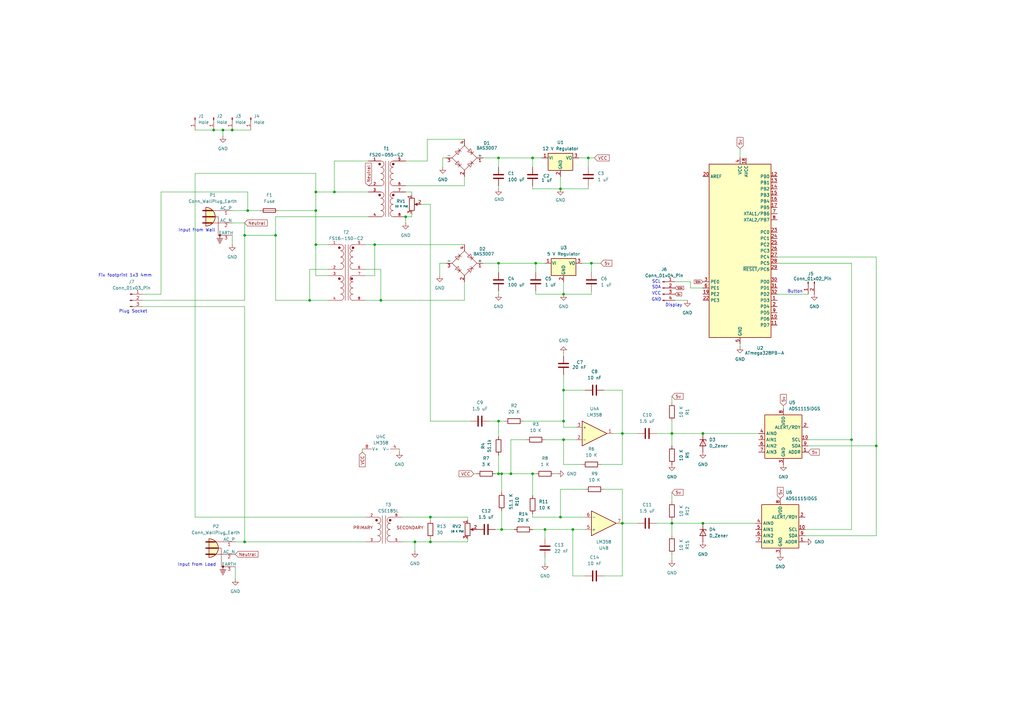
<source format=kicad_sch>
(kicad_sch (version 20250114) (generator "eeschema") (generator_version "9.0")
  (paper "A3")
  (lib_symbols
    (symbol "Amplifier_Operational:LM358" (pin_names (offset 0.127))
      (property "Reference" "U" (at 0 5.08 0))
      (property "Value" "LM358" (at 0 -5.08 0))
      (symbol "LM358_1_1"
        (pin input line (at -7.62 2.54 0) (length 2.54) (name "+") (number "3"))
        (pin input line (at -7.62 -2.54 0) (length 2.54) (name "-") (number "2"))
        (pin output line (at 7.62 0 180) (length 2.54) (name "~") (number "1"))
      )
      (symbol "LM358_2_1"
        (pin input line (at -7.62 2.54 0) (length 2.54) (name "+") (number "5"))
        (pin input line (at -7.62 -2.54 0) (length 2.54) (name "-") (number "6"))
        (pin output line (at 7.62 0 180) (length 2.54) (name "~") (number "7"))
      )
      (symbol "LM358_3_1"
        (pin power_in line (at -2.54 7.62 270) (length 3.81) (name "V+") (number "8"))
        (pin power_in line (at -2.54 -7.62 90) (length 3.81) (name "V-") (number "4"))
      )
    )
    (symbol "Analog_ADC:ADS1115IDGS"
      (property "Reference" "U" (at 2.54 13.97 0))
      (property "Value" "ADS1115IDGS" (at 7.62 11.43 0))
      (symbol "ADS1115IDGS_1_1"
        (pin input line (at -10.16 2.54 0) (length 2.54) (name "AIN0") (number "4"))
        (pin input line (at -10.16 0 0) (length 2.54) (name "AIN1") (number "5"))
        (pin input line (at -10.16 -2.54 0) (length 2.54) (name "AIN2") (number "6"))
        (pin input line (at -10.16 -5.08 0) (length 2.54) (name "AIN3") (number "7"))
        (pin power_in line (at 0 12.7 270) (length 2.54) (name "VDD") (number "8"))
        (pin power_in line (at 0 -10.16 90) (length 2.54) (name "GND") (number "3"))
        (pin output line (at 10.16 5.08 180) (length 2.54) (name "ALERT/RDY") (number "2"))
        (pin input line (at 10.16 0 180) (length 2.54) (name "SCL") (number "10"))
        (pin bidirectional line (at 10.16 -2.54 180) (length 2.54) (name "SDA") (number "9"))
        (pin input line (at 10.16 -5.08 180) (length 2.54) (name "ADDR") (number "1"))
      )
    )
    (symbol "CSE185L:CSE185L" (pin_names (offset 1.016))
      (property "Reference" "T" (at -5.0839 7.6279 0))
      (property "Value" "CSE185L" (at -5.0814 -7.6227 0))
      (symbol "CSE185L_0_0"
        (text "PRIMARY" (at -12.7 0 0) (effects (font (size 1.27 1.27)) (justify left bottom)))
        (text "SECONDARY" (at 5.08 0 0) (effects (font (size 1.27 1.27)) (justify left bottom)))
        (pin passive line (at -7.62 5.08 0) (length 5.08) (name "~") (number "2"))
        (pin passive line (at -7.62 -5.08 0) (length 5.08) (name "~") (number "3"))
        (pin passive line (at 7.62 5.08 180) (length 5.08) (name "~") (number "8"))
        (pin passive line (at 7.62 -5.08 180) (length 5.08) (name "~") (number "5"))
      )
    )
    (symbol "Connector:Conn_01x01_Pin" (pin_names (offset 1.016) (hide yes))
      (property "Reference" "J" (at 0 2.54 0))
      (property "Value" "Conn_01x01_Pin" (at 0 -2.54 0))
      (symbol "Conn_01x01_Pin_1_1"
        (pin passive line (at 5.08 0 180) (length 3.81) (name "Pin_1") (number "1"))
      )
    )
    (symbol "Connector:Conn_01x02_Pin" (pin_names (offset 1.016) (hide yes))
      (property "Reference" "J" (at 0 2.54 0))
      (property "Value" "Conn_01x02_Pin" (at 0 -5.08 0))
      (symbol "Conn_01x02_Pin_1_1"
        (pin passive line (at 5.08 0 180) (length 3.81) (name "Pin_1") (number "1"))
        (pin passive line (at 5.08 -2.54 180) (length 3.81) (name "Pin_2") (number "2"))
      )
    )
    (symbol "Connector:Conn_01x03_Pin" (pin_names (offset 1.016) (hide yes))
      (property "Reference" "J" (at 0 5.08 0))
      (property "Value" "Conn_01x03_Pin" (at 0 -5.08 0))
      (symbol "Conn_01x03_Pin_1_1"
        (pin passive line (at 5.08 2.54 180) (length 3.81) (name "Pin_1") (number "1"))
        (pin passive line (at 5.08 0 180) (length 3.81) (name "Pin_2") (number "2"))
        (pin passive line (at 5.08 -2.54 180) (length 3.81) (name "Pin_3") (number "3"))
      )
    )
    (symbol "Connector:Conn_01x04_Pin" (pin_names (offset 1.016) (hide yes))
      (property "Reference" "J" (at 0 5.08 0))
      (property "Value" "Conn_01x04_Pin" (at 0 -7.62 0))
      (symbol "Conn_01x04_Pin_1_1"
        (pin passive line (at 5.08 2.54 180) (length 3.81) (name "Pin_1") (number "1"))
        (pin passive line (at 5.08 0 180) (length 3.81) (name "Pin_2") (number "2"))
        (pin passive line (at 5.08 -2.54 180) (length 3.81) (name "Pin_3") (number "3"))
        (pin passive line (at 5.08 -5.08 180) (length 3.81) (name "Pin_4") (number "4"))
      )
    )
    (symbol "Connector:Conn_WallPlug_Earth" (pin_names (offset 0))
      (property "Reference" "P" (at 0 3.81 0))
      (property "Value" "Conn_WallPlug_Earth" (at -5.08 0 90))
      (symbol "Conn_WallPlug_Earth_1_1"
        (pin power_out line (at 7.62 2.54 180) (length 5.08) (name "AC_P") (number "1"))
        (pin power_out line (at 7.62 -2.54 180) (length 5.08) (name "AC_N") (number "2"))
        (pin passive line (at 7.62 -7.62 180) (length 5.08) (name "EARTH") (number "3"))
      )
    )
    (symbol "Device:C" (pin_numbers (hide yes)) (pin_names (offset 0.254))
      (property "Reference" "C" (at 0.635 2.54 0))
      (property "Value" "C" (at 0.635 -2.54 0))
      (symbol "C_1_1"
        (pin passive line (at 0 3.81 270) (length 2.794) (name "~") (number "1"))
        (pin passive line (at 0 -3.81 90) (length 2.794) (name "~") (number "2"))
      )
    )
    (symbol "Device:D_Zener" (pin_numbers (hide yes)) (pin_names (offset 1.016) (hide yes))
      (property "Reference" "D" (at 0 2.54 0))
      (property "Value" "D_Zener" (at 0 -2.54 0))
      (symbol "D_Zener_1_1"
        (pin passive line (at -3.81 0 0) (length 2.54) (name "K") (number "1"))
        (pin passive line (at 3.81 0 180) (length 2.54) (name "A") (number "2"))
      )
    )
    (symbol "Device:Fuse" (pin_numbers (hide yes)) (pin_names (offset 0))
      (property "Reference" "F" (at 2.032 0 90))
      (property "Value" "Fuse" (at -1.905 0 90))
      (symbol "Fuse_1_1"
        (pin passive line (at 0 3.81 270) (length 1.27) (name "~") (number "1"))
        (pin passive line (at 0 -3.81 90) (length 1.27) (name "~") (number "2"))
      )
    )
    (symbol "Device:R" (pin_numbers (hide yes)) (pin_names (offset 0))
      (property "Reference" "R" (at 2.032 0 90))
      (property "Value" "R" (at 0 0 90))
      (symbol "R_1_1"
        (pin passive line (at 0 3.81 270) (length 1.27) (name "~") (number "1"))
        (pin passive line (at 0 -3.81 90) (length 1.27) (name "~") (number "2"))
      )
    )
    (symbol "Device:R_Potentiometer" (pin_names (offset 1.016) (hide yes))
      (property "Reference" "RV" (at -4.445 0 90))
      (property "Value" "R_Potentiometer" (at -2.54 0 90))
      (symbol "R_Potentiometer_1_1"
        (pin passive line (at 0 3.81 270) (length 1.27) (name "1") (number "1"))
        (pin passive line (at 0 -3.81 90) (length 1.27) (name "3") (number "3"))
        (pin passive line (at 3.81 0 180) (length 1.27) (name "2") (number "2"))
      )
    )
    (symbol "Diode_Bridge:W04G" (pin_names (offset 0))
      (property "Reference" "D" (at 2.54 6.985 0))
      (property "Value" "W04G" (at 2.54 5.08 0))
      (symbol "W04G_1_1"
        (pin passive line (at -7.62 0 0) (length 2.54) (name "-") (number "3"))
        (pin passive line (at 0 7.62 270) (length 2.54) (name "~") (number "4"))
        (pin passive line (at 0 -7.62 90) (length 2.54) (name "~") (number "2"))
        (pin passive line (at 7.62 0 180) (length 2.54) (name "+") (number "1"))
      )
    )
    (symbol "FS16-150-C2:FS16-150-C2" (pin_names (offset 1.016))
      (property "Reference" "T" (at -5.097 12.7204 0))
      (property "Value" "FS16-150-C2" (at -5.0814 -15.2427 0))
      (symbol "FS16-150-C2_0_0"
        (pin passive line (at -7.62 10.16 0) (length 5.08) (name "~") (number "1"))
        (pin passive line (at -7.62 0 0) (length 5.08) (name "~") (number "2"))
        (pin passive line (at -7.62 -2.54 0) (length 5.08) (name "~") (number "3"))
        (pin passive line (at -7.62 -12.7 0) (length 5.08) (name "~") (number "4"))
        (pin passive line (at 7.62 10.16 180) (length 5.08) (name "~") (number "5"))
        (pin passive line (at 7.62 0 180) (length 5.08) (name "~") (number "6"))
        (pin passive line (at 7.62 -2.54 180) (length 5.08) (name "~") (number "7"))
        (pin passive line (at 7.62 -12.7 180) (length 5.08) (name "~") (number "8"))
      )
    )
    (symbol "FS20-055-C2:FS20-055-C2" (pin_names (offset 1.016))
      (property "Reference" "T" (at -5.0839 12.7079 0))
      (property "Value" "FS20-055-C2" (at -5.0814 -15.2427 0))
      (symbol "FS20-055-C2_0_0"
        (pin passive line (at -7.62 10.16 0) (length 5.08) (name "~") (number "1"))
        (pin passive line (at -7.62 0 0) (length 5.08) (name "~") (number "2"))
        (pin passive line (at -7.62 -2.54 0) (length 5.08) (name "~") (number "3"))
        (pin passive line (at -7.62 -12.7 0) (length 5.08) (name "~") (number "4"))
        (pin passive line (at 7.62 10.16 180) (length 5.08) (name "~") (number "5"))
        (pin passive line (at 7.62 0 180) (length 5.08) (name "~") (number "6"))
        (pin passive line (at 7.62 -2.54 180) (length 5.08) (name "~") (number "7"))
        (pin passive line (at 7.62 -12.7 180) (length 5.08) (name "~") (number "8"))
      )
    )
    (symbol "MCU_Microchip_ATmega:ATmega328PB-A"
      (property "Reference" "U" (at -12.7 36.83 0))
      (property "Value" "ATmega328PB-A" (at 2.54 -36.83 0))
      (symbol "ATmega328PB-A_1_1"
        (pin passive line (at -15.24 30.48 0) (length 2.54) (name "AREF") (number "20"))
        (pin bidirectional line (at -15.24 -12.7 0) (length 2.54) (name "PE0") (number "3"))
        (pin bidirectional line (at -15.24 -15.24 0) (length 2.54) (name "PE1") (number "6"))
        (pin bidirectional line (at -15.24 -17.78 0) (length 2.54) (name "PE2") (number "19"))
        (pin bidirectional line (at -15.24 -20.32 0) (length 2.54) (name "PE3") (number "22"))
        (pin power_in line (at 0 38.1 270) (length 2.54) (name "VCC") (number "4"))
        (pin passive line (at 0 -38.1 90) (length 2.54) (hide yes) (name "GND") (number "21"))
        (pin power_in line (at 0 -38.1 90) (length 2.54) (name "GND") (number "5"))
        (pin power_in line (at 2.54 38.1 270) (length 2.54) (name "AVCC") (number "18"))
        (pin bidirectional line (at 15.24 30.48 180) (length 2.54) (name "PB0") (number "12"))
        (pin bidirectional line (at 15.24 27.94 180) (length 2.54) (name "PB1") (number "13"))
        (pin bidirectional line (at 15.24 25.4 180) (length 2.54) (name "PB2") (number "14"))
        (pin bidirectional line (at 15.24 22.86 180) (length 2.54) (name "PB3") (number "15"))
        (pin bidirectional line (at 15.24 20.32 180) (length 2.54) (name "PB4") (number "16"))
        (pin bidirectional line (at 15.24 17.78 180) (length 2.54) (name "PB5") (number "17"))
        (pin bidirectional line (at 15.24 15.24 180) (length 2.54) (name "XTAL1/PB6") (number "7"))
        (pin bidirectional line (at 15.24 12.7 180) (length 2.54) (name "XTAL2/PB7") (number "8"))
        (pin bidirectional line (at 15.24 7.62 180) (length 2.54) (name "PC0") (number "23"))
        (pin bidirectional line (at 15.24 5.08 180) (length 2.54) (name "PC1") (number "24"))
        (pin bidirectional line (at 15.24 2.54 180) (length 2.54) (name "PC2") (number "25"))
        (pin bidirectional line (at 15.24 0 180) (length 2.54) (name "PC3") (number "26"))
        (pin bidirectional line (at 15.24 -2.54 180) (length 2.54) (name "PC4") (number "27"))
        (pin bidirectional line (at 15.24 -5.08 180) (length 2.54) (name "PC5") (number "28"))
        (pin bidirectional line (at 15.24 -7.62 180) (length 2.54) (name "~{RESET}/PC6") (number "29"))
        (pin bidirectional line (at 15.24 -12.7 180) (length 2.54) (name "PD0") (number "30"))
        (pin bidirectional line (at 15.24 -15.24 180) (length 2.54) (name "PD1") (number "31"))
        (pin bidirectional line (at 15.24 -17.78 180) (length 2.54) (name "PD2") (number "32"))
        (pin bidirectional line (at 15.24 -20.32 180) (length 2.54) (name "PD3") (number "1"))
        (pin bidirectional line (at 15.24 -22.86 180) (length 2.54) (name "PD4") (number "2"))
        (pin bidirectional line (at 15.24 -25.4 180) (length 2.54) (name "PD5") (number "9"))
        (pin bidirectional line (at 15.24 -27.94 180) (length 2.54) (name "PD6") (number "10"))
        (pin bidirectional line (at 15.24 -30.48 180) (length 2.54) (name "PD7") (number "11"))
      )
    )
    (symbol "Regulator_Linear:LF15_TO220" (pin_names (offset 0.254))
      (property "Reference" "U" (at -3.81 3.175 0))
      (property "Value" "LF15_TO220" (at 0 3.175 0))
      (symbol "LF15_TO220_1_1"
        (pin power_in line (at -7.62 0 0) (length 2.54) (name "VI") (number "1"))
        (pin power_in line (at 0 -7.62 90) (length 2.54) (name "GND") (number "2"))
        (pin power_out line (at 7.62 0 180) (length 2.54) (name "VO") (number "3"))
      )
    )
    (symbol "power:GND" (power) (pin_numbers (hide yes)) (pin_names (offset 0) (hide yes))
      (property "Value" "GND" (at 0 -3.81 0))
      (symbol "GND_1_1"
        (pin power_in line (at 0 0 270) (length 0) (name "~") (number "1"))
      )
    )
  )
  (text "SDA\n" (at 269.24 117.856 0) (effects (font (size 1.27 1.27))))
  (text "Plug Socket\n" (at 54.61 127.762 0) (effects (font (size 1.27 1.27))))
  (text "Button" (at 326.136 119.634 0) (effects (font (size 1.27 1.27))))
  (text "SCL\n" (at 269.24 115.57 0) (effects (font (size 1.27 1.27))))
  (text "Input from Wall" (at 80.772 94.488 0) (effects (font (size 1.27 1.27))))
  (text "VCC\n" (at 269.24 120.396 0) (effects (font (size 1.27 1.27))))
  (text "GND\n" (at 269.24 122.936 0) (effects (font (size 1.27 1.27))))
  (text "Fix footprint 1x3 4mm\n" (at 51.308 113.03 0) (effects (font (size 1.27 1.27))))
  (text "Display\n" (at 276.352 125.222 0) (effects (font (size 1.27 1.27))))
  (text "Input from Load\n" (at 80.772 231.648 0) (effects (font (size 1.27 1.27))))
  (junction (at 204.47 194.31))
  (junction (at 100.33 222.25))
  (junction (at 204.47 172.72))
  (junction (at 129.54 78.74))
  (junction (at 204.47 64.77))
  (junction (at 218.44 64.77))
  (junction (at 223.52 217.17))
  (junction (at 137.16 78.74))
  (junction (at 204.47 107.95))
  (junction (at 231.14 180.34))
  (junction (at 156.21 123.19))
  (junction (at 359.41 182.88))
  (junction (at 275.59 214.63))
  (junction (at 209.55 194.31))
  (junction (at 275.59 177.8))
  (junction (at 101.6 86.36))
  (junction (at 231.14 172.72))
  (junction (at 176.53 212.09))
  (junction (at 87.63 53.34))
  (junction (at 255.27 177.8))
  (junction (at 241.3 64.77))
  (junction (at 205.74 217.17))
  (junction (at 288.29 177.8))
  (junction (at 170.18 222.25))
  (junction (at 205.74 194.31))
  (junction (at 234.95 217.17))
  (junction (at 231.14 120.65))
  (junction (at 288.29 214.63))
  (junction (at 229.87 212.09))
  (junction (at 129.54 86.36))
  (junction (at 100.33 96.52))
  (junction (at 129.54 100.33))
  (junction (at 113.03 96.52))
  (junction (at 242.57 107.95))
  (junction (at 95.25 53.34))
  (junction (at 153.67 100.33))
  (junction (at 231.14 160.02))
  (junction (at 218.44 194.31))
  (junction (at 166.37 88.9))
  (junction (at 229.87 77.47))
  (junction (at 255.27 214.63))
  (junction (at 176.53 222.25))
  (junction (at 349.25 180.34))
  (junction (at 127 123.19))
  (junction (at 91.44 53.34))
  (junction (at 219.71 107.95))
  (wire (pts (xy 100.33 91.44) (xy 100.33 96.52)))
  (wire (pts (xy 129.54 78.74) (xy 129.54 71.12)))
  (wire (pts (xy 246.38 190.5) (xy 255.27 190.5)))
  (wire (pts (xy 303.53 60.96) (xy 303.53 64.77)))
  (wire (pts (xy 209.55 194.31) (xy 209.55 180.34)))
  (wire (pts (xy 100.33 125.73) (xy 58.42 125.73)))
  (wire (pts (xy 234.95 217.17) (xy 234.95 236.22)))
  (wire (pts (xy 113.03 123.19) (xy 113.03 96.52)))
  (wire (pts (xy 231.14 144.78) (xy 231.14 146.05)))
  (wire (pts (xy 275.59 172.72) (xy 275.59 177.8)))
  (wire (pts (xy 359.41 105.41) (xy 359.41 182.88)))
  (wire (pts (xy 66.04 78.74) (xy 66.04 120.65)))
  (wire (pts (xy 349.25 180.34) (xy 331.47 180.34)))
  (wire (pts (xy 153.67 100.33) (xy 153.67 113.03)))
  (wire (pts (xy 113.03 88.9) (xy 113.03 96.52)))
  (wire (pts (xy 182.88 64.77) (xy 181.61 64.77)))
  (wire (pts (xy 204.47 172.72) (xy 207.01 172.72)))
  (wire (pts (xy 219.71 107.95) (xy 223.52 107.95)))
  (wire (pts (xy 191.77 220.98) (xy 191.77 222.25)))
  (wire (pts (xy 166.37 78.74) (xy 168.91 78.74)))
  (wire (pts (xy 255.27 190.5) (xy 255.27 177.8)))
  (wire (pts (xy 176.53 212.09) (xy 191.77 212.09)))
  (wire (pts (xy 218.44 64.77) (xy 222.25 64.77)))
  (wire (pts (xy 223.52 217.17) (xy 223.52 220.98)))
  (wire (pts (xy 204.47 194.31) (xy 205.74 194.31)))
  (wire (pts (xy 349.25 107.95) (xy 318.77 107.95)))
  (wire (pts (xy 231.14 172.72) (xy 231.14 175.26)))
  (wire (pts (xy 275.59 177.8) (xy 288.29 177.8)))
  (wire (pts (xy 168.91 88.9) (xy 166.37 88.9)))
  (wire (pts (xy 218.44 212.09) (xy 218.44 210.82)))
  (wire (pts (xy 100.33 125.73) (xy 100.33 222.25)))
  (wire (pts (xy 58.42 120.65) (xy 66.04 120.65)))
  (wire (pts (xy 330.2 219.71) (xy 359.41 219.71)))
  (wire (pts (xy 349.25 107.95) (xy 349.25 180.34)))
  (wire (pts (xy 134.62 113.03) (xy 129.54 113.03)))
  (wire (pts (xy 203.2 194.31) (xy 204.47 194.31)))
  (wire (pts (xy 229.87 200.66) (xy 240.03 200.66)))
  (wire (pts (xy 203.2 217.17) (xy 205.74 217.17)))
  (wire (pts (xy 148.59 185.42) (xy 148.59 184.15)))
  (wire (pts (xy 100.33 222.25) (xy 149.86 222.25)))
  (wire (pts (xy 275.59 177.8) (xy 275.59 182.88)))
  (wire (pts (xy 129.54 78.74) (xy 129.54 86.36)))
  (wire (pts (xy 275.59 227.33) (xy 275.59 229.87)))
  (wire (pts (xy 205.74 209.55) (xy 205.74 217.17)))
  (wire (pts (xy 95.25 86.36) (xy 101.6 86.36)))
  (wire (pts (xy 96.52 222.25) (xy 100.33 222.25)))
  (wire (pts (xy 255.27 214.63) (xy 261.62 214.63)))
  (wire (pts (xy 163.83 184.15) (xy 163.83 185.42)))
  (wire (pts (xy 153.67 100.33) (xy 190.5 100.33)))
  (wire (pts (xy 218.44 64.77) (xy 218.44 68.58)))
  (wire (pts (xy 241.3 77.47) (xy 241.3 76.2)))
  (wire (pts (xy 204.47 111.76) (xy 204.47 107.95)))
  (wire (pts (xy 101.6 86.36) (xy 101.6 78.74)))
  (wire (pts (xy 281.94 123.19) (xy 276.86 123.19)))
  (wire (pts (xy 137.16 66.04) (xy 151.13 66.04)))
  (wire (pts (xy 242.57 120.65) (xy 242.57 119.38)))
  (wire (pts (xy 149.86 113.03) (xy 153.67 113.03)))
  (wire (pts (xy 176.53 83.82) (xy 176.53 172.72)))
  (wire (pts (xy 276.86 115.57) (xy 283.21 115.57)))
  (wire (pts (xy 229.87 212.09) (xy 229.87 200.66)))
  (wire (pts (xy 218.44 212.09) (xy 229.87 212.09)))
  (wire (pts (xy 191.77 212.09) (xy 191.77 213.36)))
  (wire (pts (xy 168.91 87.63) (xy 168.91 88.9)))
  (wire (pts (xy 175.26 57.15) (xy 175.26 66.04)))
  (wire (pts (xy 275.59 213.36) (xy 275.59 214.63)))
  (wire (pts (xy 91.44 53.34) (xy 95.25 53.34)))
  (wire (pts (xy 269.24 177.8) (xy 275.59 177.8)))
  (wire (pts (xy 331.47 182.88) (xy 359.41 182.88)))
  (wire (pts (xy 318.77 120.65) (xy 331.47 120.65)))
  (wire (pts (xy 247.65 200.66) (xy 255.27 200.66)))
  (wire (pts (xy 246.38 107.95) (xy 242.57 107.95)))
  (wire (pts (xy 156.21 123.19) (xy 190.5 123.19)))
  (wire (pts (xy 330.2 217.17) (xy 349.25 217.17)))
  (wire (pts (xy 231.14 153.67) (xy 231.14 160.02)))
  (wire (pts (xy 205.74 194.31) (xy 209.55 194.31)))
  (wire (pts (xy 234.95 236.22) (xy 240.03 236.22)))
  (wire (pts (xy 204.47 119.38) (xy 204.47 120.65)))
  (wire (pts (xy 231.14 120.65) (xy 242.57 120.65)))
  (wire (pts (xy 198.12 64.77) (xy 204.47 64.77)))
  (wire (pts (xy 275.59 214.63) (xy 288.29 214.63)))
  (wire (pts (xy 205.74 194.31) (xy 205.74 201.93)))
  (wire (pts (xy 95.25 53.34) (xy 102.87 53.34)))
  (wire (pts (xy 218.44 76.2) (xy 218.44 77.47)))
  (wire (pts (xy 231.14 115.57) (xy 231.14 120.65)))
  (wire (pts (xy 156.21 110.49) (xy 156.21 123.19)))
  (wire (pts (xy 223.52 180.34) (xy 231.14 180.34)))
  (wire (pts (xy 231.14 180.34) (xy 236.22 180.34)))
  (wire (pts (xy 219.71 120.65) (xy 219.71 119.38)))
  (wire (pts (xy 234.95 217.17) (xy 240.03 217.17)))
  (wire (pts (xy 223.52 231.14) (xy 223.52 228.6)))
  (wire (pts (xy 80.01 53.34) (xy 87.63 53.34)))
  (wire (pts (xy 172.72 83.82) (xy 176.53 83.82)))
  (wire (pts (xy 229.87 77.47) (xy 241.3 77.47)))
  (wire (pts (xy 95.25 91.44) (xy 100.33 91.44)))
  (wire (pts (xy 275.59 201.93) (xy 275.59 205.74)))
  (wire (pts (xy 180.34 107.95) (xy 180.34 113.03)))
  (wire (pts (xy 227.33 194.31) (xy 228.6 194.31)))
  (wire (pts (xy 242.57 107.95) (xy 238.76 107.95)))
  (wire (pts (xy 349.25 217.17) (xy 349.25 180.34)))
  (wire (pts (xy 149.86 110.49) (xy 156.21 110.49)))
  (wire (pts (xy 219.71 194.31) (xy 218.44 194.31)))
  (wire (pts (xy 242.57 107.95) (xy 242.57 111.76)))
  (wire (pts (xy 205.74 217.17) (xy 210.82 217.17)))
  (wire (pts (xy 190.5 57.15) (xy 175.26 57.15)))
  (wire (pts (xy 180.34 107.95) (xy 182.88 107.95)))
  (wire (pts (xy 87.63 53.34) (xy 91.44 53.34)))
  (wire (pts (xy 255.27 177.8) (xy 261.62 177.8)))
  (wire (pts (xy 219.71 107.95) (xy 219.71 111.76)))
  (wire (pts (xy 191.77 222.25) (xy 176.53 222.25)))
  (wire (pts (xy 101.6 86.36) (xy 106.68 86.36)))
  (wire (pts (xy 269.24 214.63) (xy 275.59 214.63)))
  (wire (pts (xy 170.18 222.25) (xy 170.18 226.06)))
  (wire (pts (xy 218.44 217.17) (xy 223.52 217.17)))
  (wire (pts (xy 200.66 172.72) (xy 204.47 172.72)))
  (wire (pts (xy 204.47 76.2) (xy 204.47 77.47)))
  (wire (pts (xy 275.59 214.63) (xy 275.59 219.71)))
  (wire (pts (xy 247.65 236.22) (xy 255.27 236.22)))
  (wire (pts (xy 231.14 180.34) (xy 231.14 190.5)))
  (wire (pts (xy 114.3 86.36) (xy 129.54 86.36)))
  (wire (pts (xy 129.54 100.33) (xy 134.62 100.33)))
  (wire (pts (xy 198.12 107.95) (xy 204.47 107.95)))
  (wire (pts (xy 241.3 68.58) (xy 241.3 64.77)))
  (wire (pts (xy 168.91 78.74) (xy 168.91 80.01)))
  (wire (pts (xy 214.63 172.72) (xy 231.14 172.72)))
  (wire (pts (xy 231.14 160.02) (xy 240.03 160.02)))
  (wire (pts (xy 176.53 212.09) (xy 176.53 213.36)))
  (wire (pts (xy 100.33 123.19) (xy 58.42 123.19)))
  (wire (pts (xy 129.54 78.74) (xy 137.16 78.74)))
  (wire (pts (xy 190.5 115.57) (xy 190.5 123.19)))
  (wire (pts (xy 204.47 64.77) (xy 204.47 68.58)))
  (wire (pts (xy 165.1 212.09) (xy 176.53 212.09)))
  (wire (pts (xy 241.3 64.77) (xy 243.84 64.77)))
  (wire (pts (xy 204.47 107.95) (xy 219.71 107.95)))
  (wire (pts (xy 137.16 66.04) (xy 137.16 78.74)))
  (wire (pts (xy 255.27 214.63) (xy 255.27 236.22)))
  (wire (pts (xy 236.22 175.26) (xy 231.14 175.26)))
  (wire (pts (xy 359.41 105.41) (xy 318.77 105.41)))
  (wire (pts (xy 127 123.19) (xy 113.03 123.19)))
  (wire (pts (xy 204.47 64.77) (xy 218.44 64.77)))
  (wire (pts (xy 127 110.49) (xy 134.62 110.49)))
  (wire (pts (xy 96.52 232.41) (xy 96.52 237.49)))
  (wire (pts (xy 95.25 96.52) (xy 95.25 100.33)))
  (wire (pts (xy 219.71 120.65) (xy 231.14 120.65)))
  (wire (pts (xy 181.61 64.77) (xy 181.61 68.58)))
  (wire (pts (xy 229.87 72.39) (xy 229.87 77.47)))
  (wire (pts (xy 127 123.19) (xy 127 110.49)))
  (wire (pts (xy 275.59 162.56) (xy 275.59 165.1)))
  (wire (pts (xy 91.44 53.34) (xy 91.44 55.88)))
  (wire (pts (xy 359.41 219.71) (xy 359.41 182.88)))
  (wire (pts (xy 190.5 72.39) (xy 190.5 76.2)))
  (wire (pts (xy 129.54 100.33) (xy 129.54 86.36)))
  (wire (pts (xy 170.18 222.25) (xy 165.1 222.25)))
  (wire (pts (xy 288.29 214.63) (xy 309.88 214.63)))
  (wire (pts (xy 223.52 217.17) (xy 234.95 217.17)))
  (wire (pts (xy 129.54 71.12) (xy 80.01 71.12)))
  (wire (pts (xy 209.55 180.34) (xy 215.9 180.34)))
  (wire (pts (xy 100.33 96.52) (xy 113.03 96.52)))
  (wire (pts (xy 283.21 115.57) (xy 283.21 118.11)))
  (wire (pts (xy 153.67 100.33) (xy 149.86 100.33)))
  (wire (pts (xy 127 123.19) (xy 134.62 123.19)))
  (wire (pts (xy 149.86 123.19) (xy 156.21 123.19)))
  (wire (pts (xy 218.44 194.31) (xy 218.44 203.2)))
  (wire (pts (xy 255.27 177.8) (xy 255.27 160.02)))
  (wire (pts (xy 204.47 172.72) (xy 204.47 179.07)))
  (wire (pts (xy 255.27 200.66) (xy 255.27 214.63)))
  (wire (pts (xy 175.26 66.04) (xy 166.37 66.04)))
  (wire (pts (xy 129.54 113.03) (xy 129.54 100.33)))
  (wire (pts (xy 209.55 194.31) (xy 218.44 194.31)))
  (wire (pts (xy 194.31 194.31) (xy 195.58 194.31)))
  (wire (pts (xy 288.29 177.8) (xy 311.15 177.8)))
  (wire (pts (xy 255.27 160.02) (xy 247.65 160.02)))
  (wire (pts (xy 101.6 78.74) (xy 66.04 78.74)))
  (wire (pts (xy 176.53 222.25) (xy 170.18 222.25)))
  (wire (pts (xy 218.44 77.47) (xy 229.87 77.47)))
  (wire (pts (xy 176.53 220.98) (xy 176.53 222.25)))
  (wire (pts (xy 229.87 212.09) (xy 240.03 212.09)))
  (wire (pts (xy 204.47 186.69) (xy 204.47 194.31)))
  (wire (pts (xy 231.14 190.5) (xy 238.76 190.5)))
  (wire (pts (xy 255.27 177.8) (xy 251.46 177.8)))
  (wire (pts (xy 166.37 76.2) (xy 190.5 76.2)))
  (wire (pts (xy 80.01 212.09) (xy 149.86 212.09)))
  (wire (pts (xy 176.53 172.72) (xy 193.04 172.72)))
  (wire (pts (xy 321.31 166.37) (xy 321.31 167.64)))
  (wire (pts (xy 151.13 78.74) (xy 137.16 78.74)))
  (wire (pts (xy 100.33 96.52) (xy 100.33 123.19)))
  (wire (pts (xy 113.03 88.9) (xy 151.13 88.9)))
  (wire (pts (xy 166.37 88.9) (xy 166.37 91.44)))
  (wire (pts (xy 231.14 160.02) (xy 231.14 172.72)))
  (wire (pts (xy 241.3 64.77) (xy 237.49 64.77)))
  (wire (pts (xy 80.01 71.12) (xy 80.01 212.09)))
  (wire (pts (xy 303.53 142.24) (xy 303.53 140.97)))
  (wire (pts (xy 283.21 118.11) (xy 288.29 118.11)))
  (global_label "5v" (shape input) (at 321.31 166.37 90) (property "Intersheetrefs" "${INTERSHEET_REFS}" (effects (hide yes))))
  (global_label "SDA" (shape input) (at 276.86 118.11 0) (effects (font (size 0.762 0.762))) (property "Intersheetrefs" "${INTERSHEET_REFS}" (effects (hide yes))))
  (global_label "5v" (shape input) (at 331.47 185.42 0) (property "Intersheetrefs" "${INTERSHEET_REFS}" (effects (hide yes))))
  (global_label "Neutral" (shape input) (at 100.33 91.44 0) (property "Intersheetrefs" "${INTERSHEET_REFS}" (effects (hide yes))))
  (global_label "5v" (shape input) (at 246.38 107.95 0) (property "Intersheetrefs" "${INTERSHEET_REFS}" (effects (hide yes))))
  (global_label "Neutral" (shape input) (at 96.52 227.33 0) (property "Intersheetrefs" "${INTERSHEET_REFS}" (effects (hide yes))))
  (global_label "VCC" (shape input) (at 194.31 194.31 180) (property "Intersheetrefs" "${INTERSHEET_REFS}" (effects (hide yes))))
  (global_label "VCC" (shape input) (at 243.84 64.77 0) (property "Intersheetrefs" "${INTERSHEET_REFS}" (effects (hide yes))))
  (global_label "SDA" (shape input) (at 288.29 115.57 180) (effects (font (size 0.762 0.762))) (property "Intersheetrefs" "${INTERSHEET_REFS}" (effects (hide yes))))
  (global_label "Neutral" (shape input) (at 151.13 76.2 90) (property "Intersheetrefs" "${INTERSHEET_REFS}" (effects (hide yes))))
  (global_label "5v" (shape input) (at 303.53 60.96 90) (property "Intersheetrefs" "${INTERSHEET_REFS}" (effects (hide yes))))
  (global_label "5v" (shape input) (at 320.04 204.47 90) (property "Intersheetrefs" "${INTERSHEET_REFS}" (effects (hide yes))))
  (global_label "5v" (shape input) (at 275.59 201.93 0) (property "Intersheetrefs" "${INTERSHEET_REFS}" (effects (hide yes))))
  (global_label "VCC" (shape input) (at 148.59 185.42 270) (property "Intersheetrefs" "${INTERSHEET_REFS}" (effects (hide yes))))
  (global_label "5v" (shape input) (at 275.59 162.56 0) (property "Intersheetrefs" "${INTERSHEET_REFS}" (effects (hide yes))))
  (global_label "5v" (shape input) (at 276.86 120.65 0) (effects (font (size 0.762 0.762))) (property "Intersheetrefs" "${INTERSHEET_REFS}" (effects (hide yes))))
  (symbol (lib_id "Device:R_Potentiometer") (at 168.91 83.82 0) (unit 1)
    (property "Reference" "RV1" (at 166.37 82.5499 0) (effects (justify right)))
    (property "Value" "10 K Pot" (at 167.386 84.582 0) (effects (font (size 0.762 0.762)) (justify right)))
    (property "Footprint" "Potentiometer_THT:Potentiometer_Bourns_3296W_Vertical" (effects (hide yes)))
    (property "Description" "Potentiometer" (effects (hide yes)))
  )
  (symbol (lib_id "power:GND") (at 163.83 185.42 0) (unit 1)
    (property "Reference" "#PWR014" (effects (hide yes)))
    (property "Value" "GND" (at 163.83 190.5 0))
    (property "Description" "Power symbol creates a global label with name \"GND\" , ground" (effects (hide yes)))
  )
  (symbol (lib_id "Connector:Conn_01x01_Pin") (at 95.25 48.26 270) (unit 1)
    (property "Reference" "J3" (at 96.52 47.6249 90) (effects (justify left)))
    (property "Value" "Hole" (at 96.52 50.1649 90) (effects (justify left)))
    (property "Footprint" "Connector_Wire:SolderWire-2sqmm_1x01_D2mm_OD3.9mm" (effects (hide yes)))
    (property "Description" "Generic connector, single row, 01x01, script generated" (effects (hide yes)))
  )
  (symbol (lib_id "Device:Fuse") (at 110.49 86.36 90) (unit 1)
    (property "Reference" "F1" (at 110.49 80.01 90))
    (property "Value" "Fuse" (at 110.49 82.55 90))
    (property "Footprint" "Fuse:Fuseholder_Keystone_3555-2" (effects (hide yes)))
    (property "Description" "Fuse" (effects (hide yes)))
  )
  (symbol (lib_id "Connector:Conn_01x01_Pin") (at 102.87 48.26 270) (unit 1)
    (property "Reference" "J4" (at 104.14 47.6249 90) (effects (justify left)))
    (property "Value" "Hole" (at 104.14 50.1649 90) (effects (justify left)))
    (property "Footprint" "Connector_Wire:SolderWire-2sqmm_1x01_D2mm_OD3.9mm" (effects (hide yes)))
    (property "Description" "Generic connector, single row, 01x01, script generated" (effects (hide yes)))
  )
  (symbol (lib_id "CSE185L:CSE185L") (at 157.48 217.17 0) (unit 1)
    (property "Reference" "T3" (at 159.2845 207.01 0))
    (property "Value" "CSE185L" (at 159.2845 209.55 0))
    (property "Footprint" "Custom Transformers:XFMR_CSE185L" (effects (hide yes)))
    (property "PARTREV" "N/A" (effects (hide yes)))
    (property "MANUFACTURER" "TRIAD" (effects (hide yes)))
    (property "STANDARD" "Manufacturer Recommendation" (effects (hide yes)))
  )
  (symbol (lib_id "FS16-150-C2:FS16-150-C2") (at 142.24 110.49 0) (unit 1)
    (property "Reference" "T2" (at 141.986 95.25 0))
    (property "Value" "FS16-150-C2" (at 141.986 97.79 0))
    (property "Footprint" "Custom Transformers:XFMR_FS16-150-C2" (effects (hide yes)))
    (property "PARTREV" "N/A" (effects (hide yes)))
    (property "STANDARD" "Manufacturer Recommendations" (effects (hide yes)))
    (property "MANUFACTURER" "Triad Magnetics" (effects (hide yes)))
  )
  (symbol (lib_id "Device:R") (at 210.82 172.72 90) (unit 1)
    (property "Reference" "R2" (at 210.82 166.37 90))
    (property "Value" "20 K" (at 210.82 168.91 90))
    (property "Footprint" "Resistor_SMD:R_0603_1608Metric" (effects (hide yes)))
    (property "Description" "Resistor" (effects (hide yes)))
  )
  (symbol (lib_id "Diode_Bridge:W04G") (at 190.5 64.77 0) (unit 1)
    (property "Reference" "D1" (at 199.644 58.674 0))
    (property "Value" "BAS3007" (at 199.644 60.706 0))
    (property "Footprint" "Package_TO_SOT_SMD:SOT-143" (effects (hide yes)))
    (property "Datasheet" "https://www.vishay.com/docs/88769/woo5g.pdf" (effects (hide yes)))
    (property "Description" "Glass Passivated Single-Phase Bridge Rectifier, 280V Vrms, 1.5A If, WOG package" (effects (hide yes)))
  )
  (symbol (lib_id "Connector:Conn_01x01_Pin") (at 80.01 48.26 270) (unit 1)
    (property "Reference" "J1" (at 81.28 47.6249 90) (effects (justify left)))
    (property "Value" "Hole" (at 81.28 50.1649 90) (effects (justify left)))
    (property "Footprint" "Connector_Wire:SolderWire-2sqmm_1x01_D2mm_OD3.9mm" (effects (hide yes)))
    (property "Description" "Generic connector, single row, 01x01, script generated" (effects (hide yes)))
  )
  (symbol (lib_id "Device:C") (at 218.44 72.39 0) (unit 1)
    (property "Reference" "C2" (at 222.758 72.136 0) (effects (justify left)))
    (property "Value" "1 uF" (at 221.996 73.914 0) (effects (justify left)))
    (property "Footprint" "Capacitor_SMD:C_0805_2012Metric_Pad1.18x1.45mm_HandSolder" (effects (hide yes)))
    (property "Description" "Unpolarized capacitor" (effects (hide yes)))
  )
  (symbol (lib_id "Analog_ADC:ADS1115IDGS") (at 321.31 180.34 0) (unit 1)
    (property "Reference" "U5" (at 323.5041 165.1 0) (effects (justify left)))
    (property "Value" "ADS1115IDGS" (at 323.5041 167.64 0) (effects (justify left)))
    (property "Footprint" "Package_SO:VSSOP-10_3x3mm_P0.5mm" (effects (hide yes)))
    (property "Datasheet" "http://www.ti.com/lit/ds/symlink/ads1113.pdf" (effects (hide yes)))
    (property "Description" "Ultra-Small, Low-Power, I2C-Compatible, 860-SPS, 16-Bit ADCs With Internal Reference, Oscillator, and Programmable Comparator, VSSOP-10" (effects (hide yes)))
  )
  (symbol (lib_id "power:GND") (at 288.29 222.25 0) (unit 1)
    (property "Reference" "#PWR019" (effects (hide yes)))
    (property "Value" "GND" (at 288.29 227.33 0))
    (property "Description" "Power symbol creates a global label with name \"GND\" , ground" (effects (hide yes)))
  )
  (symbol (lib_id "power:GND") (at 95.25 100.33 0) (unit 1)
    (property "Reference" "#PWR06" (effects (hide yes)))
    (property "Value" "GND" (at 95.25 105.41 0))
    (property "Description" "Power symbol creates a global label with name \"GND\" , ground" (effects (hide yes)))
  )
  (symbol (lib_id "Regulator_Linear:LF15_TO220") (at 231.14 107.95 0) (unit 1)
    (property "Reference" "U3" (at 231.14 101.6 0))
    (property "Value" "5 V Regulator" (at 231.14 104.14 0))
    (property "Footprint" "Package_TO_SOT_THT:TO-220-3_Vertical" (effects (hide yes)))
    (property "Datasheet" "http://www.st.com/content/ccc/resource/technical/document/datasheet/c4/0e/7e/2a/be/bc/4c/bd/CD00000546.pdf/files/CD00000546.pdf/jcr:content/translations/en.CD00000546.pdf" (effects (hide yes)))
    (property "Description" "Low-drop Voltage Regulator, Io up to 500mA, Fixed Vo 1.5V, TO-220" (effects (hide yes)))
  )
  (symbol (lib_id "power:GND") (at 275.59 229.87 0) (unit 1)
    (property "Reference" "#PWR023" (effects (hide yes)))
    (property "Value" "GND" (at 275.59 234.95 0))
    (property "Description" "Power symbol creates a global label with name \"GND\" , ground" (effects (hide yes)))
  )
  (symbol (lib_id "Connector:Conn_01x01_Pin") (at 87.63 48.26 270) (unit 1)
    (property "Reference" "J2" (at 88.9 47.6249 90) (effects (justify left)))
    (property "Value" "Hole" (at 88.9 50.1649 90) (effects (justify left)))
    (property "Footprint" "Connector_Wire:SolderWire-2sqmm_1x01_D2mm_OD3.9mm" (effects (hide yes)))
    (property "Description" "Generic connector, single row, 01x01, script generated" (effects (hide yes)))
  )
  (symbol (lib_id "Device:C") (at 204.47 115.57 0) (unit 1)
    (property "Reference" "C4" (at 208.28 114.2999 0) (effects (justify left)))
    (property "Value" "100 uF" (at 208.28 116.8399 0) (effects (justify left)))
    (property "Footprint" "Capacitor_THT:CP_Radial_D10.0mm_P5.00mm" (effects (hide yes)))
    (property "Description" "Unpolarized capacitor" (effects (hide yes)))
  )
  (symbol (lib_id "Device:C") (at 204.47 72.39 0) (unit 1)
    (property "Reference" "C1" (at 208.28 71.1199 0) (effects (justify left)))
    (property "Value" "100 uF" (at 208.28 73.6599 0) (effects (justify left)))
    (property "Footprint" "Capacitor_THT:CP_Radial_D10.0mm_P5.00mm" (effects (hide yes)))
    (property "Description" "Unpolarized capacitor" (effects (hide yes)))
  )
  (symbol (lib_id "power:GND") (at 330.2 222.25 90) (unit 1)
    (property "Reference" "#PWR020" (effects (hide yes)))
    (property "Value" "GND" (at 334.01 222.2499 90) (effects (justify right)))
    (property "Description" "Power symbol creates a global label with name \"GND\" , ground" (effects (hide yes)))
  )
  (symbol (lib_id "Device:R") (at 275.59 209.55 0) (unit 1)
    (property "Reference" "R12" (at 281.94 209.55 90))
    (property "Value" "10 K" (at 279.4 209.55 90))
    (property "Footprint" "Resistor_SMD:R_0603_1608Metric" (effects (hide yes)))
    (property "Description" "Resistor" (effects (hide yes)))
  )
  (symbol (lib_id "Device:C") (at 199.39 217.17 90) (unit 1)
    (property "Reference" "C12" (at 199.39 209.55 90))
    (property "Value" "1.5 uF" (at 199.39 212.09 90))
    (property "Footprint" "Capacitor_SMD:C_0805_2012Metric_Pad1.18x1.45mm_HandSolder" (effects (hide yes)))
    (property "Description" "Unpolarized capacitor" (effects (hide yes)))
  )
  (symbol (lib_id "power:GND") (at 181.61 68.58 0) (unit 1)
    (property "Reference" "#PWR02" (effects (hide yes)))
    (property "Value" "GND" (at 181.61 73.66 0))
    (property "Description" "Power symbol creates a global label with name \"GND\" , ground" (effects (hide yes)))
  )
  (symbol (lib_id "Device:R") (at 219.71 180.34 90) (unit 1)
    (property "Reference" "R3" (at 219.71 173.99 90))
    (property "Value" "10 K" (at 219.71 176.53 90))
    (property "Footprint" "Resistor_SMD:R_0603_1608Metric" (effects (hide yes)))
    (property "Description" "Resistor" (effects (hide yes)))
  )
  (symbol (lib_id "MCU_Microchip_ATmega:ATmega328PB-A") (at 303.53 102.87 0) (unit 1)
    (property "Reference" "U2" (at 310.388 142.748 0) (effects (justify left)))
    (property "Value" "ATmega328PB-A" (at 305.4701 144.78 0) (effects (justify left)))
    (property "Footprint" "Package_QFP:TQFP-32_7x7mm_P0.8mm" (effects (hide yes)))
    (property "Datasheet" "http://ww1.microchip.com/downloads/en/DeviceDoc/40001906C.pdf" (effects (hide yes)))
    (property "Description" "20MHz, 32kB Flash, 2kB SRAM, 1kB EEPROM, TQFP-32" (effects (hide yes)))
  )
  (symbol (lib_id "power:GND") (at 229.87 77.47 0) (unit 1)
    (property "Reference" "#PWR04" (effects (hide yes)))
    (property "Value" "GND" (at 229.87 82.042 0))
    (property "Description" "Power symbol creates a global label with name \"GND\" , ground" (effects (hide yes)))
  )
  (symbol (lib_id "power:GND") (at 166.37 91.44 0) (unit 1)
    (property "Reference" "#PWR05" (effects (hide yes)))
    (property "Value" "GND" (at 166.37 96.52 0))
    (property "Description" "Power symbol creates a global label with name \"GND\" , ground" (effects (hide yes)))
  )
  (symbol (lib_id "power:GND") (at 223.52 231.14 0) (unit 1)
    (property "Reference" "#PWR024" (effects (hide yes)))
    (property "Value" "GND" (at 223.52 236.22 0))
    (property "Description" "Power symbol creates a global label with name \"GND\" , ground" (effects (hide yes)))
  )
  (symbol (lib_id "Device:C") (at 241.3 72.39 0) (unit 1)
    (property "Reference" "C3" (at 245.11 71.1199 0) (effects (justify left)))
    (property "Value" "1 uF" (at 245.11 73.6599 0) (effects (justify left)))
    (property "Footprint" "Capacitor_SMD:C_0805_2012Metric_Pad1.18x1.45mm_HandSolder" (effects (hide yes)))
    (property "Description" "Unpolarized capacitor" (effects (hide yes)))
  )
  (symbol (lib_id "power:GND") (at 288.29 185.42 0) (unit 1)
    (property "Reference" "#PWR015" (effects (hide yes)))
    (property "Value" "GND" (at 288.29 190.5 0))
    (property "Description" "Power symbol creates a global label with name \"GND\" , ground" (effects (hide yes)))
  )
  (symbol (lib_id "Device:R") (at 218.44 207.01 180) (unit 1)
    (property "Reference" "R11" (at 220.98 205.7399 0) (effects (justify right)))
    (property "Value" "10 K" (at 220.98 208.2799 0) (effects (justify right)))
    (property "Footprint" "Resistor_SMD:R_0603_1608Metric" (effects (hide yes)))
    (property "Description" "Resistor" (effects (hide yes)))
  )
  (symbol (lib_id "Connector:Conn_01x03_Pin") (at 53.34 123.19 0) (unit 1)
    (property "Reference" "J7" (at 53.975 115.57 0))
    (property "Value" "Conn_01x03_Pin" (at 53.975 118.11 0))
    (property "Footprint" "Connector_Wire:SolderWire-0.15sqmm_1x03_P4mm_D0.5mm_OD1.5mm" (effects (hide yes)))
    (property "Description" "Generic connector, single row, 01x03, script generated" (effects (hide yes)))
  )
  (symbol (lib_id "Device:R") (at 243.84 200.66 90) (unit 1)
    (property "Reference" "R9" (at 243.84 194.31 90))
    (property "Value" "10 K" (at 243.84 196.85 90))
    (property "Footprint" "Resistor_SMD:R_0603_1608Metric" (effects (hide yes)))
    (property "Description" "Resistor" (effects (hide yes)))
  )
  (symbol (lib_id "Device:R") (at 205.74 205.74 0) (unit 1)
    (property "Reference" "R10" (at 212.09 205.74 90))
    (property "Value" "51.1 K" (at 209.55 205.74 90))
    (property "Footprint" "Resistor_SMD:R_0603_1608Metric" (effects (hide yes)))
    (property "Description" "Resistor" (effects (hide yes)))
  )
  (symbol (lib_id "Device:C") (at 223.52 224.79 180) (unit 1)
    (property "Reference" "C13" (at 227.33 223.5199 0) (effects (justify right)))
    (property "Value" "22 nF" (at 227.33 226.0599 0) (effects (justify right)))
    (property "Footprint" "Capacitor_SMD:C_0805_2012Metric_Pad1.18x1.45mm_HandSolder" (effects (hide yes)))
    (property "Description" "Unpolarized capacitor" (effects (hide yes)))
  )
  (symbol (lib_id "Device:R") (at 275.59 186.69 0) (unit 1)
    (property "Reference" "R5" (at 281.94 186.69 90))
    (property "Value" "10 K" (at 279.4 186.69 90))
    (property "Footprint" "Resistor_SMD:R_0603_1608Metric" (effects (hide yes)))
    (property "Description" "Resistor" (effects (hide yes)))
  )
  (symbol (lib_id "Device:C") (at 265.43 214.63 90) (unit 1)
    (property "Reference" "C11" (at 265.43 207.01 90))
    (property "Value" "1.5 uF" (at 265.43 209.55 90))
    (property "Footprint" "Capacitor_SMD:C_0805_2012Metric_Pad1.18x1.45mm_HandSolder" (effects (hide yes)))
    (property "Description" "Unpolarized capacitor" (effects (hide yes)))
  )
  (symbol (lib_id "power:GND") (at 228.6 194.31 90) (unit 1)
    (property "Reference" "#PWR018" (effects (hide yes)))
    (property "Value" "GND" (at 232.41 194.3099 90) (effects (justify right)))
    (property "Description" "Power symbol creates a global label with name \"GND\" , ground" (effects (hide yes)))
  )
  (symbol (lib_id "Device:C") (at 231.14 149.86 180) (unit 1)
    (property "Reference" "C7" (at 236.474 148.59 0) (effects (justify right)))
    (property "Value" "20 nF" (at 234.696 150.622 0) (effects (justify right)))
    (property "Footprint" "Capacitor_SMD:C_0805_2012Metric_Pad1.18x1.45mm_HandSolder" (effects (hide yes)))
    (property "Description" "Unpolarized capacitor" (effects (hide yes)))
  )
  (symbol (lib_id "Connector:Conn_WallPlug_Earth") (at 87.63 88.9 0) (unit 1)
    (property "Reference" "P1" (at 87.2363 80.01 0))
    (property "Value" "Conn_WallPlug_Earth" (at 87.2363 82.55 0))
    (property "Description" "3-pin general wall plug, with Earth wire (110VAC, 220VAC)" (effects (hide yes)))
  )
  (symbol (lib_id "Device:C") (at 243.84 160.02 90) (unit 1)
    (property "Reference" "C8" (at 243.84 152.4 90))
    (property "Value" "10 nF" (at 243.84 154.94 90))
    (property "Footprint" "Capacitor_SMD:C_0805_2012Metric_Pad1.18x1.45mm_HandSolder" (effects (hide yes)))
    (property "Description" "Unpolarized capacitor" (effects (hide yes)))
  )
  (symbol (lib_id "Device:C") (at 243.84 236.22 90) (unit 1)
    (property "Reference" "C14" (at 243.84 228.6 90))
    (property "Value" "10 nF" (at 243.84 231.14 90))
    (property "Footprint" "Capacitor_SMD:C_0805_2012Metric_Pad1.18x1.45mm_HandSolder" (effects (hide yes)))
    (property "Description" "Unpolarized capacitor" (effects (hide yes)))
  )
  (symbol (lib_id "power:GND") (at 91.44 55.88 0) (unit 1)
    (property "Reference" "#PWR01" (effects (hide yes)))
    (property "Value" "GND" (at 91.44 60.96 0))
    (property "Description" "Power symbol creates a global label with name \"GND\" , ground" (effects (hide yes)))
  )
  (symbol (lib_id "Device:R") (at 176.53 217.17 180) (unit 1)
    (property "Reference" "R13" (at 179.07 215.8999 0) (effects (justify right)))
    (property "Value" "30" (at 179.07 218.4399 0) (effects (justify right)))
    (property "Footprint" "Resistor_SMD:R_0603_1608Metric" (effects (hide yes)))
    (property "Description" "Resistor" (effects (hide yes)))
  )
  (symbol (lib_id "Device:R") (at 242.57 190.5 90) (unit 1)
    (property "Reference" "R6" (at 242.57 184.15 90))
    (property "Value" "10 K" (at 242.57 186.69 90))
    (property "Footprint" "Resistor_SMD:R_0603_1608Metric" (effects (hide yes)))
    (property "Description" "Resistor" (effects (hide yes)))
  )
  (symbol (lib_id "power:GND") (at 231.14 120.65 0) (unit 1)
    (property "Reference" "#PWR09" (effects (hide yes)))
    (property "Value" "GND" (at 231.14 125.73 0))
    (property "Description" "Power symbol creates a global label with name \"GND\" , ground" (effects (hide yes)))
  )
  (symbol (lib_id "Device:R") (at 275.59 223.52 0) (unit 1)
    (property "Reference" "R15" (at 281.94 223.52 90))
    (property "Value" "10 K" (at 279.4 223.52 90))
    (property "Footprint" "Resistor_SMD:R_0603_1608Metric" (effects (hide yes)))
    (property "Description" "Resistor" (effects (hide yes)))
  )
  (symbol (lib_id "power:GND") (at 303.53 142.24 0) (unit 1)
    (property "Reference" "#PWR012" (effects (hide yes)))
    (property "Value" "GND" (at 303.53 147.32 0))
    (property "Description" "Power symbol creates a global label with name \"GND\" , ground" (effects (hide yes)))
  )
  (symbol (lib_id "Connector:Conn_01x02_Pin") (at 331.47 115.57 90) (mirror x) (unit 1)
    (property "Reference" "J5" (at 333.756 112.268 90) (effects (justify left)))
    (property "Value" "Conn_01x02_Pin" (at 341.122 114.3 90) (effects (justify left)))
    (property "Footprint" "Connector_PinHeader_2.00mm:PinHeader_1x02_P2.00mm_Vertical" (effects (hide yes)))
    (property "Description" "Generic connector, single row, 01x02, script generated" (effects (hide yes)))
  )
  (symbol (lib_id "Amplifier_Operational:LM358") (at 243.84 177.8 0) (unit 1)
    (property "Reference" "U4" (at 243.84 167.64 0))
    (property "Value" "LM358" (at 243.84 170.18 0))
    (property "Footprint" "Package_DIP:DIP-8_W7.62mm" (effects (hide yes)))
    (property "Datasheet" "http://www.ti.com/lit/ds/symlink/lm2904-n.pdf" (effects (hide yes)))
    (property "Description" "Low-Power, Dual Operational Amplifiers, DIP-8/SOIC-8/TO-99-8" (effects (hide yes)))
  )
  (symbol (lib_id "Connector:Conn_01x04_Pin") (at 271.78 118.11 0) (unit 1)
    (property "Reference" "J6" (at 272.415 110.49 0))
    (property "Value" "Conn_01x04_Pin" (at 272.415 113.03 0))
    (property "Footprint" "Connector_PinHeader_2.00mm:PinHeader_1x04_P2.00mm_Vertical" (effects (hide yes)))
    (property "Description" "Generic connector, single row, 01x04, script generated" (effects (hide yes)))
  )
  (symbol (lib_id "Analog_ADC:ADS1115IDGS") (at 320.04 217.17 0) (unit 1)
    (property "Reference" "U6" (at 322.2341 201.93 0) (effects (justify left)))
    (property "Value" "ADS1115IDGS" (at 322.2341 204.47 0) (effects (justify left)))
    (property "Footprint" "Package_SO:VSSOP-10_3x3mm_P0.5mm" (effects (hide yes)))
    (property "Datasheet" "http://www.ti.com/lit/ds/symlink/ads1113.pdf" (effects (hide yes)))
    (property "Description" "Ultra-Small, Low-Power, I2C-Compatible, 860-SPS, 16-Bit ADCs With Internal Reference, Oscillator, and Programmable Comparator, VSSOP-10" (effects (hide yes)))
  )
  (symbol (lib_id "Device:D_Zener") (at 288.29 181.61 270) (unit 1)
    (property "Reference" "D3" (at 290.83 180.3399 90) (effects (justify left)))
    (property "Value" "D_Zener" (at 290.83 182.8799 90) (effects (justify left)))
    (property "Footprint" "Diode_SMD:D_SOD-123" (effects (hide yes)))
    (property "Description" "Zener diode" (effects (hide yes)))
  )
  (symbol (lib_id "FS20-055-C2:FS20-055-C2") (at 158.75 76.2 0) (unit 1)
    (property "Reference" "T1" (at 158.496 60.96 0))
    (property "Value" "FS20-055-C2" (at 158.496 63.5 0))
    (property "Footprint" "Custom Transformers:XFMR_FS20-055-C2" (effects (hide yes)))
    (property "PARTREV" "N/A" (effects (hide yes)))
    (property "STANDARD" "Manufacturer Recommendations" (effects (hide yes)))
    (property "MANUFACTURER" "Triad Magnetics" (effects (hide yes)))
  )
  (symbol (lib_id "power:GND") (at 96.52 237.49 0) (unit 1)
    (property "Reference" "#PWR025" (effects (hide yes)))
    (property "Value" "GND" (at 96.52 242.57 0))
    (property "Description" "Power symbol creates a global label with name \"GND\" , ground" (effects (hide yes)))
  )
  (symbol (lib_id "power:GND") (at 281.94 123.19 0) (unit 1)
    (property "Reference" "#PWR011" (effects (hide yes)))
    (property "Value" "GND" (at 281.94 128.27 0))
    (property "Description" "Power symbol creates a global label with name \"GND\" , ground" (effects (hide yes)))
  )
  (symbol (lib_id "power:GND") (at 334.01 120.65 0) (unit 1)
    (property "Reference" "#PWR010" (effects (hide yes)))
    (property "Value" "GND" (at 334.01 125.73 0))
    (property "Description" "Power symbol creates a global label with name \"GND\" , ground" (effects (hide yes)))
  )
  (symbol (lib_id "Device:C") (at 265.43 177.8 90) (unit 1)
    (property "Reference" "C10" (at 265.43 170.18 90))
    (property "Value" "1.5 uF" (at 265.43 172.72 90))
    (property "Footprint" "Capacitor_SMD:C_0805_2012Metric_Pad1.18x1.45mm_HandSolder" (effects (hide yes)))
    (property "Description" "Unpolarized capacitor" (effects (hide yes)))
  )
  (symbol (lib_id "power:GND") (at 204.47 120.65 0) (unit 1)
    (property "Reference" "#PWR08" (effects (hide yes)))
    (property "Value" "GND" (at 204.47 125.73 0))
    (property "Description" "Power symbol creates a global label with name \"GND\" , ground" (effects (hide yes)))
  )
  (symbol (lib_id "Device:R") (at 204.47 182.88 180) (unit 1)
    (property "Reference" "R4" (at 198.12 182.88 90))
    (property "Value" "51.1k" (at 200.66 182.88 90))
    (property "Footprint" "Resistor_SMD:R_0603_1608Metric" (effects (hide yes)))
    (property "Description" "Resistor" (effects (hide yes)))
  )
  (symbol (lib_id "power:GND") (at 170.18 226.06 0) (unit 1)
    (property "Reference" "#PWR021" (effects (hide yes)))
    (property "Value" "GND" (at 170.18 231.14 0))
    (property "Description" "Power symbol creates a global label with name \"GND\" , ground" (effects (hide yes)))
  )
  (symbol (lib_id "Amplifier_Operational:LM358") (at 156.21 181.61 90) (unit 3)
    (property "Reference" "U4" (at 156.21 179.07 90))
    (property "Value" "LM358" (at 156.21 181.61 90))
    (property "Footprint" "Package_DIP:DIP-8_W7.62mm" (effects (hide yes)))
    (property "Datasheet" "http://www.ti.com/lit/ds/symlink/lm2904-n.pdf" (effects (hide yes)))
    (property "Description" "Low-Power, Dual Operational Amplifiers, DIP-8/SOIC-8/TO-99-8" (effects (hide yes)))
  )
  (symbol (lib_id "Amplifier_Operational:LM358") (at 247.65 214.63 0) (mirror x) (unit 2)
    (property "Reference" "U4" (at 247.65 224.79 0))
    (property "Value" "LM358" (at 247.65 222.25 0))
    (property "Footprint" "Package_DIP:DIP-8_W7.62mm" (effects (hide yes)))
    (property "Datasheet" "http://www.ti.com/lit/ds/symlink/lm2904-n.pdf" (effects (hide yes)))
    (property "Description" "Low-Power, Dual Operational Amplifiers, DIP-8/SOIC-8/TO-99-8" (effects (hide yes)))
  )
  (symbol (lib_id "Device:C") (at 242.57 115.57 0) (unit 1)
    (property "Reference" "C6" (at 246.38 114.2999 0) (effects (justify left)))
    (property "Value" "1 uF" (at 246.38 116.8399 0) (effects (justify left)))
    (property "Footprint" "Capacitor_SMD:C_0805_2012Metric_Pad1.18x1.45mm_HandSolder" (effects (hide yes)))
    (property "Description" "Unpolarized capacitor" (effects (hide yes)))
  )
  (symbol (lib_id "Device:R") (at 223.52 194.31 90) (unit 1)
    (property "Reference" "R8" (at 223.52 187.96 90))
    (property "Value" "1 K" (at 223.52 190.5 90))
    (property "Footprint" "Resistor_SMD:R_0603_1608Metric" (effects (hide yes)))
    (property "Description" "Resistor" (effects (hide yes)))
  )
  (symbol (lib_id "Device:R") (at 275.59 168.91 0) (unit 1)
    (property "Reference" "R1" (at 281.94 168.91 90))
    (property "Value" "10 K" (at 279.4 168.91 90))
    (property "Footprint" "Resistor_SMD:R_0603_1608Metric" (effects (hide yes)))
    (property "Description" "Resistor" (effects (hide yes)))
  )
  (symbol (lib_id "Connector:Conn_WallPlug_Earth") (at 88.9 224.79 0) (unit 1)
    (property "Reference" "P2" (at 88.5063 215.9 0))
    (property "Value" "Conn_WallPlug_Earth" (at 88.5063 218.44 0))
    (property "Description" "3-pin general wall plug, with Earth wire (110VAC, 220VAC)" (effects (hide yes)))
  )
  (symbol (lib_id "power:GND") (at 320.04 227.33 0) (unit 1)
    (property "Reference" "#PWR022" (effects (hide yes)))
    (property "Value" "GND" (at 320.04 232.41 0))
    (property "Description" "Power symbol creates a global label with name \"GND\" , ground" (effects (hide yes)))
  )
  (symbol (lib_id "Device:C") (at 196.85 172.72 90) (unit 1)
    (property "Reference" "C9" (at 196.85 165.1 90))
    (property "Value" "1.5 uF" (at 196.85 167.64 90))
    (property "Footprint" "Capacitor_SMD:C_0805_2012Metric_Pad1.18x1.45mm_HandSolder" (effects (hide yes)))
    (property "Description" "Unpolarized capacitor" (effects (hide yes)))
  )
  (symbol (lib_id "Diode_Bridge:W04G") (at 190.5 107.95 0) (unit 1)
    (property "Reference" "D2" (at 197.866 102.108 0))
    (property "Value" "BAS3007" (at 198.374 104.14 0))
    (property "Footprint" "Package_TO_SOT_SMD:SOT-143" (effects (hide yes)))
    (property "Datasheet" "https://www.vishay.com/docs/88769/woo5g.pdf" (effects (hide yes)))
    (property "Description" "Glass Passivated Single-Phase Bridge Rectifier, 280V Vrms, 1.5A If, WOG package" (effects (hide yes)))
  )
  (symbol (lib_id "power:GND") (at 204.47 77.47 0) (unit 1)
    (property "Reference" "#PWR03" (effects (hide yes)))
    (property "Value" "GND" (at 204.724 81.788 0))
    (property "Description" "Power symbol creates a global label with name \"GND\" , ground" (effects (hide yes)))
  )
  (symbol (lib_id "Device:R") (at 214.63 217.17 90) (unit 1)
    (property "Reference" "R14" (at 214.63 210.82 90))
    (property "Value" "20 K" (at 214.63 213.36 90))
    (property "Footprint" "Resistor_SMD:R_0603_1608Metric" (effects (hide yes)))
    (property "Description" "Resistor" (effects (hide yes)))
  )
  (symbol (lib_id "power:GND") (at 231.14 144.78 180) (unit 1)
    (property "Reference" "#PWR013" (effects (hide yes)))
    (property "Value" "GND" (at 231.14 139.7 0))
    (property "Description" "Power symbol creates a global label with name \"GND\" , ground" (effects (hide yes)))
  )
  (symbol (lib_id "Regulator_Linear:LF15_TO220") (at 229.87 64.77 0) (unit 1)
    (property "Reference" "U1" (at 229.87 58.42 0))
    (property "Value" "12 V Regulator" (at 229.87 60.96 0))
    (property "Footprint" "Package_TO_SOT_THT:TO-220-3_Vertical" (effects (hide yes)))
    (property "Datasheet" "http://www.st.com/content/ccc/resource/technical/document/datasheet/c4/0e/7e/2a/be/bc/4c/bd/CD00000546.pdf/files/CD00000546.pdf/jcr:content/translations/en.CD00000546.pdf" (effects (hide yes)))
    (property "Description" "Low-drop Voltage Regulator, Io up to 500mA, Fixed Vo 1.5V, TO-220" (effects (hide yes)))
  )
  (symbol (lib_id "power:GND") (at 180.34 113.03 0) (unit 1)
    (property "Reference" "#PWR07" (effects (hide yes)))
    (property "Value" "GND" (at 180.34 118.11 0))
    (property "Description" "Power symbol creates a global label with name \"GND\" , ground" (effects (hide yes)))
  )
  (symbol (lib_id "Device:R") (at 199.39 194.31 90) (unit 1)
    (property "Reference" "R7" (at 199.39 187.96 90))
    (property "Value" "3 K" (at 199.39 190.5 90))
    (property "Footprint" "Resistor_SMD:R_0603_1608Metric" (effects (hide yes)))
    (property "Description" "Resistor" (effects (hide yes)))
  )
  (symbol (lib_id "Device:R_Potentiometer") (at 191.77 217.17 0) (unit 1)
    (property "Reference" "RV2" (at 189.23 215.8999 0) (effects (justify right)))
    (property "Value" "10 K Pot" (at 190.246 217.932 0) (effects (font (size 0.762 0.762)) (justify right)))
    (property "Footprint" "Potentiometer_THT:Potentiometer_Bourns_3296W_Vertical" (effects (hide yes)))
    (property "Description" "Potentiometer" (effects (hide yes)))
  )
  (symbol (lib_id "power:GND") (at 275.59 190.5 0) (unit 1)
    (property "Reference" "#PWR016" (effects (hide yes)))
    (property "Value" "GND" (at 275.59 195.58 0))
    (property "Description" "Power symbol creates a global label with name \"GND\" , ground" (effects (hide yes)))
  )
  (symbol (lib_id "Device:D_Zener") (at 288.29 218.44 270) (unit 1)
    (property "Reference" "D4" (at 290.83 217.1699 90) (effects (justify left)))
    (property "Value" "D_Zener" (at 290.83 219.7099 90) (effects (justify left)))
    (property "Footprint" "Diode_SMD:D_SOD-123" (effects (hide yes)))
    (property "Description" "Zener diode" (effects (hide yes)))
  )
  (symbol (lib_id "power:GND") (at 321.31 190.5 0) (unit 1)
    (property "Reference" "#PWR017" (effects (hide yes)))
    (property "Value" "GND" (at 321.31 195.58 0))
    (property "Description" "Power symbol creates a global label with name \"GND\" , ground" (effects (hide yes)))
  )
  (symbol (lib_id "Device:C") (at 219.71 115.57 0) (unit 1)
    (property "Reference" "C5" (at 223.52 114.2999 0) (effects (justify left)))
    (property "Value" "1 uF" (at 223.52 116.8399 0) (effects (justify left)))
    (property "Footprint" "Capacitor_SMD:C_0805_2012Metric_Pad1.18x1.45mm_HandSolder" (effects (hide yes)))
    (property "Description" "Unpolarized capacitor" (effects (hide yes)))
  )
)
</source>
